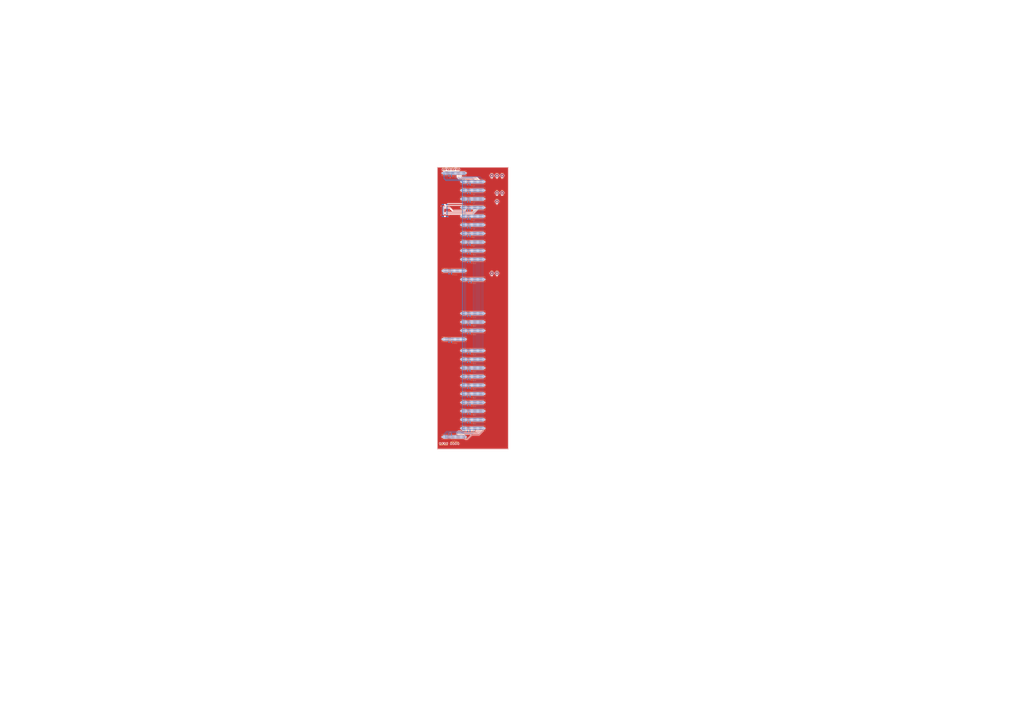
<source format=kicad_pcb>
(kicad_pcb (version 20241229) (generator "pcbnew") (generator_version "9.0")
  (layers (0 "F.Cu" signal) (4 "In1.Cu" signal) (6 "In2.Cu" signal) (2 "B.Cu" signal) (13 "F.Paste" user) (15 "B.Paste" user) (5 "F.SilkS" user "F.Silkscreen") (7 "B.SilkS" user "B.Silkscreen") (1 "F.Mask" user) (3 "B.Mask" user) (25 "Edge.Cuts" user))
  (net 0 "")
  (net 1 "VBUS")
  (net 2 "GND")
  (net 3 "CAN2_H")
  (net 4 "Net-(C1.1-Pad1)")
  (net 5 "CAN2_L")
  (net 6 "Net-(C1.2-Pad1)")
  (net 7 "CAN1_H")
  (net 8 "CAN1_L")
  (net 9 "Net-(C20.1-Pad1)")
  (net 10 "Net-(C20.2-Pad1)")
  (net 11 "~{SD}")
  (net 12 "MAG-SCL")
  (net 13 "MAG-SDA")
  (net 14 "MAG-POWER")
  (net 15 "OPD_SCL")
  (net 16 "C3-UART-RX")
  (net 17 "OPD_SDA")
  (net 18 "HELICAL-DEPLOY")
  (net 19 "TURNSTILE-DEPLOY")
  (net 20 "C3-UART-TX")
  (net 21 "OPD_PWR")
  (net 22 "S-ANT")
  (net 23 "L1-ANT")
  (net 24 "L-ANT")
  (net 25 "UHF-ANT")
  (footprint "Resistor_SMD:R_1206_3216Metric" (layer "F.Cu") (at 113.95 248.475 180)
    (property "Reference" "R20.4")
    (property "Value" "60.4")
  )
  (footprint "oresat-connectors:J-SAMTEC-SFM-120-X1-XXX-D" (layer "F.Cu") (at 150.475 -44.925)
    (property "Reference" "CF3.2")
    (property "Value" "SFM-120-X1-XXX-D")
  )
  (footprint "oresat-connectors:J-SAMTEC-SFM-120-X1-XXX-D" (layer "F.Cu") (at 128.8092 240.975)
    (property "Reference" "CF31.1")
    (property "Value" "SFM-120-X1-XXX-D")
  )
  (footprint "Resistor_SMD:R_1206_3216Metric" (layer "F.Cu") (at 126.675 248.825)
    (property "Reference" "R20.2")
    (property "Value" "60.4")
  )
  (footprint "oresat-connectors:J-SAMTEC-SFM-120-X1-XXX-D" (layer "F.Cu") (at 150.475 107.725)
    (property "Reference" "CF18.2")
    (property "Value" "SFM-120-X1-XXX-D")
  )
  (footprint "Resistor_SMD:R_1206_3216Metric" (layer "F.Cu") (at 132.2 248.825)
    (property "Reference" "R20.1")
    (property "Value" "60.4")
  )
  (footprint "oresat-connectors:J-MOLEX-SMPM-73300-0111X-long" (layer "F.Cu") (at 178.45 -42.075 180)
    (property "Reference" "CM3.2")
    (property "Value" "J-MOLEX-SMPM-73300-0111X" (hide yes))
  )
  (footprint "oresat-connectors:J-SAMTEC-SFM-120-X1-XXX-D" (layer "F.Cu") (at 150.475 -14.925)
    (property "Reference" "CF6.2")
    (property "Value" "SFM-120-X1-XXX-D")
  )
  (footprint "oresat-connectors:J-MOLEX-SMPM-73300-0111X-long" (layer "F.Cu") (at 184.464883 -42.07161 180)
    (property "Reference" "CM3.3")
    (property "Value" "J-MOLEX-SMPM-73300-0111X" (hide yes))
  )
  (footprint "oresat-connectors:J-SAMTEC-SFM-120-X1-XXX-D" (layer "F.Cu") (at 150.475 -34.925)
    (property "Reference" "CF4.2")
    (property "Value" "SFM-120-X1-XXX-D")
  )
  (footprint "oresat-connectors:J-SAMTEC-SFM-120-X1-XXX-D" (layer "F.Cu") (at 150.475 15.05)
    (property "Reference" "CF9.2")
    (property "Value" "SFM-120-X1-XXX-D")
  )
  (footprint "oresat-connectors:J-SAMTEC-SFM-120-X1-XXX-D" (layer "F.Cu") (at 150.475 170.95)
    (property "Reference" "CF24.2")
    (property "Value" "SFM-120-X1-XXX-D")
  )
  (footprint "oresat-connectors:J-SAMTEC-SFM-120-X1-XXX-D" (layer "F.Cu") (at 150.475 230.975)
    (property "Reference" "CF30.2")
    (property "Value" "SFM-120-X1-XXX-D")
  )
  (footprint "Resistor_SMD:R_1206_3216Metric" (layer "F.Cu") (at 119.175 248.475 180)
    (property "Reference" "R20.3")
    (property "Value" "60.4")
  )
  (footprint "oresat-connectors:J-MOLEX-SMPM-73300-0111X-long" (layer "F.Cu") (at 172.45 -62.075 180)
    (property "Reference" "CM1.1")
    (property "Value" "J-MOLEX-SMPM-73300-0111X" (hide yes))
  )
  (footprint "oresat-connectors:J-SAMTEC-SFM-120-X1-XXX-D" (layer "F.Cu") (at 150.475 58.325)
    (property "Reference" "CF13.2")
    (property "Value" "SFM-120-X1-XXX-D")
  )
  (footprint "oresat-connectors:J-SAMTEC-SFM-120-X1-XXX-D" (layer "F.Cu") (at 128.8092 -64.925)
    (property "Reference" "CF1.2")
    (property "Value" "SFM-120-X1-XXX-D")
  )
  (footprint "Resistor_SMD:R_1206_3216Metric" (layer "F.Cu") (at 127.65 -69.2)
    (property "Reference" "R1.2")
    (property "Value" "60.4")
  )
  (footprint "oresat-connectors:J-MOLEX-SMPM-73300-0111X-long" (layer "F.Cu") (at 184.464883 -62.075 180)
    (property "Reference" "CM1.3")
    (property "Value" "J-MOLEX-SMPM-73300-0111X" (hide yes))
  )
  (footprint "oresat-connectors:J-SAMTEC-SFM-120-X1-XXX-D" (layer "F.Cu") (at 150.475 190.975)
    (property "Reference" "CF26.2")
    (property "Value" "SFM-120-X1-XXX-D")
  )
  (footprint "oresat-connectors:J-SAMTEC-SFM-120-X1-XXX-D" (layer "F.Cu") (at 150.475 150.975)
    (property "Reference" "CF22.2")
    (property "Value" "SFM-120-X1-XXX-D")
  )
  (footprint "oresat-connectors:J-MOLEX-SMPM-73300-0111X-long" (layer "F.Cu") (at 178.4649 -62.0716 180)
    (property "Reference" "CM1.2")
    (property "Value" "J-MOLEX-SMPM-73300-0111X" (hide yes))
  )
  (footprint "oresat-connectors:J-SAMTEC-SFM-120-X1-XXX-D" (layer "F.Cu") (at 150.475 180.975)
    (property "Reference" "CF25.2")
    (property "Value" "SFM-120-X1-XXX-D")
  )
  (footprint "oresat-connectors:J-SAMTEC-SFM-120-X1-XXX-D" (layer "F.Cu") (at 150.475 97.75)
    (property "Reference" "CF17.2")
    (property "Value" "SFM-120-X1-XXX-D")
  )
  (footprint "oresat-connectors:J-MOLEX-SMPM-73300-0111X-long" (layer "F.Cu") (at 178.45 51.175 180)
    (property "Reference" "CM12.2")
    (property "Value" "J-MOLEX-SMPM-73300-0111X" (hide yes))
  )
  (footprint "oresat-connectors:J-SAMTEC-SFM-120-X1-XXX-D" (layer "F.Cu") (at 150.475 160.975)
    (property "Reference" "CF23.2")
    (property "Value" "SFM-120-X1-XXX-D")
  )
  (footprint "oresat-connectors:J-SAMTEC-SFM-120-X1-XXX-D" (layer "F.Cu") (at 150.475 117.7)
    (property "Reference" "CF19.2")
    (property "Value" "SFM-120-X1-XXX-D")
  )
  (footprint "Resistor_SMD:R_1206_3216Metric" (layer "F.Cu") (at 116.95 -69.2)
    (property "Reference" "R1.4")
    (property "Value" "60.4")
  )
  (footprint "oresat-passives:0603-SMALL" (layer "F.Cu") (at 130.5 -69.9 90)
    (property "Reference" "C1.1")
    (property "Value" "1n")
  )
  (footprint "oresat-connectors:J-SAMTEC-SFM-120-X1-XXX-D" (layer "F.Cu") (at 150.475 140.975)
    (property "Reference" "CF21.2")
    (property "Value" "SFM-120-X1-XXX-D")
  )
  (footprint "Resistor_SMD:R_1206_3216Metric" (layer "F.Cu") (at 122.65 -69.2)
    (property "Reference" "R1.3")
    (property "Value" "60.4")
  )
  (footprint "oresat-connectors:J-SAMTEC-SFM-120-X1-XXX-D" (layer "F.Cu") (at 150.475 25.025)
    (property "Reference" "CF10.2")
    (property "Value" "SFM-120-X1-XXX-D")
  )
  (footprint "Resistor_SMD:R_1206_3216Metric" (layer "F.Cu") (at 133.35 -69.2)
    (property "Reference" "R1.1")
    (property "Value" "60.4")
  )
  (footprint "oresat-connectors:J-MOLEX-SMPM-73300-0111X-long" (layer "F.Cu") (at 172.4649 51.1784 180)
    (property "Reference" "CM12.1")
    (property "Value" "J-MOLEX-SMPM-73300-0111X" (hide yes))
  )
  (footprint "oresat-connectors:J-MOLEX-SMPM-73300-0111X-long" (layer "F.Cu") (at 178.464883 -32.07161 180)
    (property "Reference" "CM4.2")
    (property "Value" "J-MOLEX-SMPM-73300-0111X" (hide yes))
  )
  (footprint "oresat-connectors:J-SAMTEC-SFM-120-X1-XXX-D" (layer "F.Cu") (at 150.475 201)
    (property "Reference" "CF27.2")
    (property "Value" "SFM-120-X1-XXX-D")
  )
  (footprint "oresat-connectors:J-SAMTEC-SFM-120-X1-XXX-D" (layer "F.Cu") (at 150.475 210.95)
    (property "Reference" "CF28.2")
    (property "Value" "SFM-120-X1-XXX-D")
  )
  (footprint "oresat-connectors:J-SAMTEC-SFM-120-X1-XXX-D" (layer "F.Cu") (at 128.92 48.327)
    (property "Reference" "CF12.1")
    (property "Value" "SFM-120-X1-XXX-D")
  )
  (footprint "oresat-connectors:J-SAMTEC-SFM-120-X1-XXX-D" (layer "F.Cu") (at 150.475 -54.925)
    (property "Reference" "CF2.2")
    (property "Value" "SFM-120-X1-XXX-D")
  )
  (footprint "oresat-connectors:J-SAMTEC-SFM-120-X1-XXX-D" (layer "F.Cu") (at 150.475 220.975)
    (property "Reference" "CF29.2")
    (property "Value" "SFM-120-X1-XXX-D")
  )
  (footprint "oresat-passives:0603-SMALL" (layer "F.Cu") (at 119.8 -69.9 90)
    (property "Reference" "C1.2")
    (property "Value" "1n")
  )
  (footprint "oresat-connectors:J-SAMTEC-SFM-120-X1-XXX-D" (layer "F.Cu") (at 128.854 127.714)
    (property "Reference" "CF20.1")
    (property "Value" "SFM-120-X1-XXX-D")
  )
  (footprint "oresat-connectors:J-SAMTEC-SFM-120-X1-XXX-D" (layer "F.Cu") (at 150.475 -24.925)
    (property "Reference" "CF5.2")
    (property "Value" "SFM-120-X1-XXX-D")
  )
  (footprint "oresat-connectors:J-SAMTEC-SFM-120-X1-XXX-D" (layer "F.Cu") (at 150.475 35.075)
    (property "Reference" "CF11.2")
    (property "Value" "SFM-120-X1-XXX-D")
  )
  (footprint "oresat-connectors:J-SAMTEC-SFM-120-X1-XXX-D" (layer "F.Cu") (at 150.475 5.075)
    (property "Reference" "CF8.2")
    (property "Value" "SFM-120-X1-XXX-D")
  )
  (footprint "oresat-connectors:J-SAMTEC-SFM-120-X1-XXX-D" (layer "F.Cu") (at 150.475 -4.925)
    (property "Reference" "CF7.2")
    (property "Value" "SFM-120-X1-XXX-D")
  )
  (footprint "Capacitor_SMD:C_1206_3216Metric" (layer "B.Cu") (at 145.8 164.4 180)
    (property "Reference" "C23")
    (property "Value" "10u 25V")
  )
  (footprint "Capacitor_SMD:C_1206_3216Metric" (layer "B.Cu") (at 145.85 154.4 180)
    (property "Reference" "C22")
    (property "Value" "10u 25V")
  )
  (footprint "Capacitor_SMD:C_1206_3216Metric" (layer "B.Cu") (at 145.8 111.15 180)
    (property "Reference" "C18")
    (property "Value" "10u 25V")
  )
  (footprint "Capacitor_SMD:C_1206_3216Metric" (layer "B.Cu") (at 145.8 -21.5 180)
    (property "Reference" "C5")
    (property "Value" "10u 25V")
  )
  (footprint "Capacitor_SMD:C_1206_3216Metric" (layer "B.Cu") (at 145.85 38.5 180)
    (property "Reference" "C11")
    (property "Value" "10u 25V")
  )
  (footprint "Capacitor_SMD:C_1206_3216Metric" (layer "B.Cu") (at 145.85 -1.55 180)
    (property "Reference" "C7")
    (property "Value" "10u 25V")
  )
  (footprint "Capacitor_SMD:C_1206_3216Metric" (layer "B.Cu") (at 145.8 -11.5 180)
    (property "Reference" "C6")
    (property "Value" "10u 25V")
  )
  (footprint "Capacitor_SMD:C_1206_3216Metric" (layer "B.Cu") (at 145.8 184.4 180)
    (property "Reference" "C25")
    (property "Value" "10u 25V")
  )
  (footprint "Capacitor_SMD:C_1206_3216Metric" (layer "B.Cu") (at 145.85 18.5 180)
    (property "Reference" "C9")
    (property "Value" "10u 25V")
  )
  (footprint "Capacitor_SMD:C_1206_3216Metric" (layer "B.Cu") (at 124.25 51.725 180)
    (property "Reference" "C12")
    (property "Value" "10u 25V")
  )
  (footprint "Capacitor_SMD:C_1206_3216Metric" (layer "B.Cu") (at 145.8 214.35 180)
    (property "Reference" "C28")
    (property "Value" "10u 25V")
  )
  (footprint "Capacitor_SMD:C_1206_3216Metric" (layer "B.Cu") (at 145.8 204.4 180)
    (property "Reference" "C27")
    (property "Value" "10u 25V")
  )
  (footprint "Capacitor_SMD:C_1206_3216Metric" (layer "B.Cu") (at 145.8 28.45 180)
    (property "Reference" "C10")
    (property "Value" "10u 25V")
  )
  (footprint "oresat-connectors:m55-6001642" (layer "B.Cu") (at 118.16894 -21.51864 90)
    (property "Reference" "J1")
    (property "Value" "m55-6001642")
  )
  (footprint "Capacitor_SMD:C_1206_3216Metric" (layer "B.Cu") (at 145.8 234.4 180)
    (property "Reference" "C15")
    (property "Value" "10u 25V")
  )
  (footprint "Capacitor_SMD:C_1206_3216Metric" (layer "B.Cu") (at 145.85 224.4 180)
    (property "Reference" "C16")
    (property "Value" "10u 25V")
  )
  (footprint "Capacitor_SMD:C_1206_3216Metric" (layer "B.Cu") (at 145.8 8.5 180)
    (property "Reference" "C8")
    (property "Value" "10u 25V")
  )
  (footprint "Capacitor_SMD:C_1206_3216Metric" (layer "B.Cu") (at 145.8 -41.45 180)
    (property "Reference" "C3")
    (property "Value" "10u 25V")
  )
  (footprint "Capacitor_SMD:C_1206_3216Metric" (layer "B.Cu") (at 145.85 101.15 180)
    (property "Reference" "C17")
    (property "Value" "10u 25V")
  )
  (footprint "Capacitor_SMD:C_1206_3216Metric" (layer "B.Cu") (at 145.8 121.1 180)
    (property "Reference" "C19")
    (property "Value" "10u 25V")
  )
  (footprint "Capacitor_SMD:C_1206_3216Metric" (layer "B.Cu") (at 145.85 -51.45 180)
    (property "Reference" "C2")
    (property "Value" "10u 25V")
  )
  (footprint "Capacitor_SMD:C_1206_3216Metric" (layer "B.Cu") (at 124.1 237.575 180)
    (property "Reference" "C14")
    (property "Value" "10u 25V")
  )
  (footprint "Capacitor_SMD:C_1206_3216Metric" (layer "B.Cu") (at 124.2 -61.5)
    (property "Reference" "C1")
    (property "Value" "10u 25V")
  )
  (footprint "Capacitor_SMD:C_1206_3216Metric" (layer "B.Cu") (at 145.8 -31.5 180)
    (property "Reference" "C4")
    (property "Value" "10u 25V")
  )
  (footprint "Capacitor_SMD:C_1206_3216Metric" (layer "B.Cu") (at 145.8 144.4 180)
    (property "Reference" "C21")
    (property "Value" "10u 25V")
  )
  (footprint "Capacitor_SMD:C_1206_3216Metric" (layer "B.Cu") (at 147.1 61.75 180)
    (property "Reference" "C13")
    (property "Value" "10u 25V")
  )
  (footprint "Capacitor_SMD:C_1206_3216Metric" (layer "B.Cu") (at 124.25 131.1 180)
    (property "Reference" "C20")
    (property "Value" "10u 25V")
  )
  (footprint "Capacitor_SMD:C_1206_3216Metric" (layer "B.Cu") (at 145.85 194.4 180)
    (property "Reference" "C26")
    (property "Value" "10u 25V")
  )
  (footprint "Capacitor_SMD:C_1206_3216Metric" (layer "B.Cu") (at 145.8 174.35 180)
    (property "Reference" "C24")
    (property "Value" "10u 25V")
  )
  (gr_rect (start 109.2 -71.825) (end 191.725 255.2) (stroke (width 0.2)) (fill no) (layer "F.Cu"))
  (via (at 116.5 -20.9) (size 0.8) (drill 0.4) (layers "F.Cu" "B.Cu") (net 1))
  (via (at 116.5 -19.6) (size 0.8) (drill 0.4) (layers "F.Cu" "B.Cu") (net 1))
  (via (at 116.5 -22.1) (size 0.8) (drill 0.4) (layers "F.Cu" "B.Cu") (net 1))
  (segment (start 147.3 184.375) (end 147.275 184.4) (width 0.2) (layer "B.Cu") (net 1))
  (segment (start 147.3 161.61) (end 147.3 164.375) (width 0.6) (layer "B.Cu") (net 1))
  (segment (start 147.275 -24.265) (end 147.3 -24.29) (width 0.2) (layer "B.Cu") (net 1))
  (segment (start 147.3 214.325) (end 147.275 214.35) (width 0.2) (layer "B.Cu") (net 1))
  (segment (start 147.3 18.475) (end 147.325 18.5) (width 0.2) (layer "B.Cu") (net 1))
  (segment (start 147.3 -11.525) (end 147.275 -11.5) (width 0.2) (layer "B.Cu") (net 1))
  (segment (start 147.3 171.585) (end 147.3 174.325) (width 0.6) (layer "B.Cu") (net 1))
  (segment (start 147.3 141.61) (end 147.3 144.375) (width 0.6) (layer "B.Cu") (net 1))
  (segment (start 115.41894 -22.15364) (end 116.44636 -22.15364) (width 0.2) (layer "B.Cu") (net 1))
  (segment (start 147.3 101.125) (end 147.325 101.15) (width 0.2) (layer "B.Cu") (net 1))
  (segment (start 125.675 -61.5) (end 125.675 -64.215) (width 0.6) (layer "B.Cu") (net 1))
  (segment (start 147.275 -31.5) (end 147.275 -34.265) (width 0.6) (layer "B.Cu") (net 1))
  (segment (start 147.275 -34.265) (end 147.3 -34.29) (width 0.2) (layer "B.Cu") (net 1))
  (segment (start 147.3 121.075) (end 147.275 121.1) (width 0.2) (layer "B.Cu") (net 1))
  (segment (start 147.3 224.375) (end 147.325 224.4) (width 0.2) (layer "B.Cu") (net 1))
  (segment (start 147.275 234.4) (end 147.275 231.61) (width 0.6) (layer "B.Cu") (net 1))
  (segment (start 147.325 -54.265) (end 147.3 -54.29) (width 0.2) (layer "B.Cu") (net 1))
  (segment (start 116.48364 -20.88364) (end 116.5 -20.9) (width 0.2) (layer "B.Cu") (net 1))
  (segment (start 125.745 51.705) (end 125.725 51.725) (width 0.2) (layer "B.Cu") (net 1))
  (segment (start 147.3 15.685) (end 147.3 18.475) (width 0.6) (layer "B.Cu") (net 1))
  (segment (start 147.3 118.335) (end 147.3 121.075) (width 0.6) (layer "B.Cu") (net 1))
  (segment (start 115.43258 -19.6) (end 115.41894 -19.61364) (width 0.2) (layer "B.Cu") (net 1))
  (segment (start 147.275 -44.265) (end 147.3 -44.29) (width 0.2) (layer "B.Cu") (net 1))
  (segment (start 147.275 -21.5) (end 147.275 -24.265) (width 0.6) (layer "B.Cu") (net 1))
  (segment (start 147.3 164.375) (end 147.275 164.4) (width 0.2) (layer "B.Cu") (net 1))
  (segment (start 147.3 25.66) (end 147.3 28.425) (width 0.6) (layer "B.Cu") (net 1))
  (segment (start 147.3 151.61) (end 147.3 154.375) (width 0.6) (layer "B.Cu") (net 1))
  (segment (start 147.3 -4.29) (end 147.3 -1.575) (width 0.6) (layer "B.Cu") (net 1))
  (segment (start 147.3 -1.575) (end 147.325 -1.55) (width 0.2) (layer "B.Cu") (net 1))
  (segment (start 147.3 98.385) (end 147.3 101.125) (width 0.6) (layer "B.Cu") (net 1))
  (segment (start 147.3 38.475) (end 147.325 38.5) (width 0.2) (layer "B.Cu") (net 1))
  (segment (start 116.5 -19.6) (end 115.43258 -19.6) (width 0.2) (layer "B.Cu") (net 1))
  (segment (start 125.675 -64.215) (end 125.75 -64.29) (width 0.2) (layer "B.Cu") (net 1))
  (segment (start 147.275 -41.45) (end 147.275 -44.265) (width 0.6) (layer "B.Cu") (net 1))
  (segment (start 148.575 58.965) (end 148.57 58.96) (width 0.2) (layer "B.Cu") (net 1))
  (segment (start 147.3 204.375) (end 147.275 204.4) (width 0.2) (layer "B.Cu") (net 1))
  (segment (start 147.3 201.635) (end 147.3 204.375) (width 0.6) (layer "B.Cu") (net 1))
  (segment (start 125.745 48.962) (end 125.745 51.705) (width 0.6) (layer "B.Cu") (net 1))
  (segment (start 147.325 -51.4) (end 147.325 -54.265) (width 0.6) (layer "B.Cu") (net 1))
  (segment (start 147.3 154.375) (end 147.325 154.4) (width 0.2) (layer "B.Cu") (net 1))
  (segment (start 115.41894 -20.88364) (end 116.48364 -20.88364) (width 0.2) (layer "B.Cu") (net 1))
  (segment (start 148.575 61.75) (end 148.575 58.965) (width 0.6) (layer "B.Cu") (net 1))
  (segment (start 125.6342 237.6342) (end 125.575 237.575) (width 0.2) (layer "B.Cu") (net 1))
  (segment (start 147.275 8.5) (end 147.275 5.735) (width 0.6) (layer "B.Cu") (net 1))
  (segment (start 147.3 108.36) (end 147.3 111.125) (width 0.6) (layer "B.Cu") (net 1))
  (segment (start 147.275 5.735) (end 147.3 5.71) (width 0.2) (layer "B.Cu") (net 1))
  (segment (start 147.3 221.61) (end 147.3 224.375) (width 0.6) (layer "B.Cu") (net 1))
  (segment (start 147.3 111.125) (end 147.275 111.15) (width 0.2) (layer "B.Cu") (net 1))
  (segment (start 147.3 28.425) (end 147.275 28.45) (width 0.2) (layer "B.Cu") (net 1))
  (segment (start 147.3 144.375) (end 147.275 144.4) (width 0.2) (layer "B.Cu") (net 1))
  (segment (start 147.3 -14.29) (end 147.3 -11.525) (width 0.6) (layer "B.Cu") (net 1))
  (segment (start 147.3 194.375) (end 147.325 194.4) (width 0.2) (layer "B.Cu") (net 1))
  (segment (start 147.3 181.61) (end 147.3 184.375) (width 0.6) (layer "B.Cu") (net 1))
  (segment (start 147.3 174.325) (end 147.275 174.35) (width 0.2) (layer "B.Cu") (net 1))
  (segment (start 147.3 191.61) (end 147.3 194.375) (width 0.6) (layer "B.Cu") (net 1))
  (segment (start 125.6342 240.34) (end 125.6342 237.6342) (width 0.6) (layer "B.Cu") (net 1))
  (segment (start 147.3 211.585) (end 147.3 214.325) (width 0.6) (layer "B.Cu") (net 1))
  (segment (start 116.44636 -22.15364) (end 116.5 -22.1) (width 0.2) (layer "B.Cu") (net 1))
  (segment (start 147.3 35.71) (end 147.3 38.475) (width 0.6) (layer "B.Cu") (net 1))
  (via (at 119.8 -23.4) (size 0.8) (drill 0.4) (layers "F.Cu" "B.Cu") (net 2))
  (via (at 119.8 -22.15364) (size 0.8) (drill 0.4) (layers "F.Cu" "B.Cu") (net 2))
  (via (at 119.8 -20.88364) (size 0.8) (drill 0.4) (layers "F.Cu" "B.Cu") (net 2))
  (segment (start 119.8 -22.15364) (end 120.91894 -22.15364) (width 0.2) (layer "B.Cu") (net 2))
  (segment (start 120.8953 -23.4) (end 120.91894 -23.42364) (width 0.2) (layer "B.Cu") (net 2))
  (segment (start 119.8 -20.88364) (end 120.91894 -20.88364) (width 0.2) (layer "B.Cu") (net 2))
  (segment (start 119.8 -23.4) (end 120.8953 -23.4) (width 0.2) (layer "B.Cu") (net 2))
  (segment (start 130.83 -65.56) (end 130.83 -66.93) (width 0.2) (layer "F.Cu") (net 3))
  (segment (start 130.83 -66.93) (end 131.5 -67.6) (width 0.2) (layer "F.Cu") (net 3))
  (segment (start 117.434 -19.089) (end 116.686 -18.341) (width 0.2) (layer "F.Cu") (net 3))
  (segment (start 134.6125 -68.0125) (end 134.6125 -69.2) (width 0.2) (layer "F.Cu") (net 3))
  (segment (start 150.172 -19.089) (end 117.434 -19.089) (width 0.2) (layer "F.Cu") (net 3))
  (segment (start 152.38 -21.297) (end 150.172 -19.089) (width 0.2) (layer "F.Cu") (net 3))
  (segment (start 131.5 -67.6) (end 134.2 -67.6) (width 0.2) (layer "F.Cu") (net 3))
  (segment (start 152.38 -24.29) (end 152.38 -21.297) (width 0.2) (layer "F.Cu") (net 3))
  (segment (start 134.2 -67.6) (end 134.6125 -68.0125) (width 0.2) (layer "F.Cu") (net 3))
  (via (at 116.7 -18.3) (size 0.8) (drill 0.4) (layers "F.Cu" "B.Cu") (net 3))
  (segment (start 152.355 -55.535) (end 152.38 -55.56) (width 0.2) (layer "B.Cu") (net 3))
  (segment (start 152.355 234.895) (end 152.355 231.61) (width 0.2) (layer "B.Cu") (net 3))
  (segment (start 130.83 -64.29) (end 130.83 -61.17) (width 0.2) (layer "B.Cu") (net 3))
  (segment (start 130.7142 240.34) (end 130.7142 239.2858) (width 0.2) (layer "B.Cu") (net 3))
  (segment (start 116.7 -18.3) (end 115.5 -18.3) (width 0.2) (layer "B.Cu") (net 3))
  (segment (start 152.4 -55.58) (end 152.38 -55.56) (width 0.2) (layer "B.Cu") (net 3))
  (segment (start 130.83 -61.17) (end 132.5 -59.5) (width 0.2) (layer "B.Cu") (net 3))
  (segment (start 132.5 -59.5) (end 150 -59.5) (width 0.2) (layer "B.Cu") (net 3))
  (segment (start 130.7142 239.2858) (end 132.5 237.5) (width 0.2) (layer "B.Cu") (net 3))
  (segment (start 152.4 233.6) (end 152.4 231.655) (width 0.2) (layer "B.Cu") (net 3))
  (segment (start 152.355 231.61) (end 152.355 -55.535) (width 0.2) (layer "B.Cu") (net 3))
  (segment (start 152.4 231.655) (end 152.355 231.61) (width 0.2) (layer "B.Cu") (net 3))
  (segment (start 130.83 -64.29) (end 130.83 -65.56) (width 0.2) (layer "B.Cu") (net 3))
  (segment (start 150 -59.5) (end 152.4 -57.1) (width 0.2) (layer "B.Cu") (net 3))
  (segment (start 152.4 -57.1) (end 152.4 -55.58) (width 0.2) (layer "B.Cu") (net 3))
  (segment (start 149.75 237.5) (end 152.355 234.895) (width 0.2) (layer "B.Cu") (net 3))
  (segment (start 132.5 237.5) (end 149.75 237.5) (width 0.2) (layer "B.Cu") (net 3))
  (segment (start 130.5 -69.2) (end 130.55 -69.25) (width 0.2) (layer "F.Cu") (net 4))
  (segment (start 130.75 -69.2) (end 130.65 -69.3) (width 0.2) (layer "F.Cu") (net 4))
  (segment (start 129.1125 -69.2) (end 131.8875 -69.2) (width 0.2) (layer "F.Cu") (net 4))
  (segment (start 151.115 -24.285) (end 151.115 -21.008) (width 0.2) (layer "F.Cu") (net 5))
  (segment (start 129.56 -67.04) (end 129 -67.6) (width 0.2) (layer "F.Cu") (net 5))
  (segment (start 129.56 -65.56) (end 129.56 -67.04) (width 0.2) (layer "F.Cu") (net 5))
  (segment (start 151.115 -20.65) (end 150.042 -19.577) (width 0.2) (layer "F.Cu") (net 5))
  (segment (start 151.11 -24.29) (end 151.115 -24.285) (width 0.2) (layer "F.Cu") (net 5))
  (segment (start 125.9875 -68.0125) (end 125.9875 -69.2) (width 0.2) (layer "F.Cu") (net 5))
  (segment (start 129 -67.6) (end 126.4 -67.6) (width 0.2) (layer "F.Cu") (net 5))
  (segment (start 150.042 -19.577) (end 119.938 -19.577) (width 0.2) (layer "F.Cu") (net 5))
  (segment (start 126.4 -67.6) (end 125.9875 -68.0125) (width 0.2) (layer "F.Cu") (net 5))
  (segment (start 119.938 -19.577) (end 119.922 -19.593) (width 0.2) (layer "F.Cu") (net 5))
  (segment (start 151.115 -21.008) (end 151.115 -20.65) (width 0.2) (layer "F.Cu") (net 5))
  (via (at 119.8 -19.6) (size 0.8) (drill 0.4) (layers "F.Cu" "B.Cu") (net 5))
  (segment (start 129.56 -59.44) (end 130.1 -58.9) (width 0.2) (layer "B.Cu") (net 5))
  (segment (start 130.1 -58.9) (end 149.6 -58.9) (width 0.2) (layer "B.Cu") (net 5))
  (segment (start 148.5 236.75) (end 151 234.25) (width 0.2) (layer "B.Cu") (net 5))
  (segment (start 151 234.25) (end 151 231.695) (width 0.2) (layer "B.Cu") (net 5))
  (segment (start 119.91364 -19.61364) (end 120.91894 -19.61364) (width 0.2) (layer "B.Cu") (net 5))
  (segment (start 119.9 -19.6) (end 119.91364 -19.61364) (width 0.2) (layer "B.Cu") (net 5))
  (segment (start 129.56 -64.29) (end 129.56 -65.56) (width 0.2) (layer "B.Cu") (net 5))
  (segment (start 132 236.75) (end 148.5 236.75) (width 0.2) (layer "B.Cu") (net 5))
  (segment (start 150.9 -55.77) (end 151.11 -55.56) (width 0.2) (layer "B.Cu") (net 5))
  (segment (start 151 231.695) (end 151.085 231.61) (width 0.2) (layer "B.Cu") (net 5))
  (segment (start 149.6 -58.9) (end 150.9 -57.6) (width 0.2) (layer "B.Cu") (net 5))
  (segment (start 129.56 -64.29) (end 129.56 -59.44) (width 0.2) (layer "B.Cu") (net 5))
  (segment (start 119.8 -19.6) (end 119.9 -19.6) (width 0.2) (layer "B.Cu") (net 5))
  (segment (start 129.4442 239.3058) (end 132 236.75) (width 0.2) (layer "B.Cu") (net 5))
  (segment (start 150.9 -57.6) (end 150.9 -55.77) (width 0.2) (layer "B.Cu") (net 5))
  (segment (start 129.4442 240.34) (end 129.4442 239.3058) (width 0.2) (layer "B.Cu") (net 5))
  (segment (start 151.11 -55.56) (end 151.11 233.59) (width 0.2) (layer "B.Cu") (net 5))
  (segment (start 121.1875 -69.2) (end 118.4125 -69.2) (width 0.2) (layer "F.Cu") (net 6))
  (segment (start 116.572 -23.464) (end 116.753 -23.464) (width 0.2) (layer "F.Cu") (net 7))
  (segment (start 142.2 -21.8) (end 142.2 -24.27) (width 0.2) (layer "F.Cu") (net 7))
  (segment (start 125.125 -24.075) (end 128.1 -21.1) (width 0.2) (layer "F.Cu") (net 7))
  (segment (start 128.1 -21.1) (end 141.5 -21.1) (width 0.2) (layer "F.Cu") (net 7))
  (segment (start 120.67 -65.56) (end 120.67 -66.87) (width 0.2) (layer "F.Cu") (net 7))
  (segment (start 123.9 -67.6) (end 124.3125 -68.0125) (width 0.2) (layer "F.Cu") (net 7))
  (segment (start 141.5 -21.1) (end 142.2 -21.8) (width 0.2) (layer "F.Cu") (net 7))
  (segment (start 120.67 -66.87) (end 121.4 -67.6) (width 0.2) (layer "F.Cu") (net 7))
  (segment (start 117.364 -24.075) (end 125.125 -24.075) (width 0.2) (layer "F.Cu") (net 7))
  (segment (start 121.4 -67.6) (end 123.9 -67.6) (width 0.2) (layer "F.Cu") (net 7))
  (segment (start 116.753 -23.464) (end 117.364 -24.075) (width 0.2) (layer "F.Cu") (net 7))
  (segment (start 142.2 -24.27) (end 142.22 -24.29) (width 0.2) (layer "F.Cu") (net 7))
  (segment (start 124.3125 -68.0125) (end 124.3125 -69.2) (width 0.2) (layer "F.Cu") (net 7))
  (via (at 116.6 -23.4) (size 0.8) (drill 0.4) (layers "F.Cu" "B.Cu") (net 7))
  (segment (start 120.67 -64.29) (end 120.67 -58.63) (width 0.2) (layer "B.Cu") (net 7))
  (segment (start 142.22 -56.68) (end 142.22 -55.56) (width 0.2) (layer "B.Cu") (net 7))
  (segment (start 116.6 -23.4) (end 115.5 -23.4) (width 0.2) (layer "B.Cu") (net 7))
  (segment (start 120.67 -65.56) (end 120.67 -66.22) (width 0.2) (layer "B.Cu") (net 7))
  (segment (start 121.3 -58) (end 140.9 -58) (width 0.2) (layer "B.Cu") (net 7))
  (segment (start 120.67 -65.56) (end 120.67 -64.29) (width 0.2) (layer "B.Cu") (net 7))
  (segment (start 142.195 231.61) (end 142.195 233.555) (width 0.2) (layer "B.Cu") (net 7))
  (segment (start 142.195 231.61) (end 142.195 -54.265) (width 0.2) (layer "B.Cu") (net 7))
  (segment (start 142.195 233.555) (end 139.5 236.25) (width 0.2) (layer "B.Cu") (net 7))
  (segment (start 120.5 240.2858) (end 120.5542 240.34) (width 0.2) (layer "B.Cu") (net 7))
  (segment (start 142.195 -54.265) (end 142.22 -54.29) (width 0.2) (layer "B.Cu") (net 7))
  (segment (start 140.9 -58) (end 142.22 -56.68) (width 0.2) (layer "B.Cu") (net 7))
  (segment (start 120.5542 241.61) (end 120.5542 240.34) (width 0.2) (layer "B.Cu") (net 7))
  (segment (start 121.5 236.25) (end 120.5 237.25) (width 0.2) (layer "B.Cu") (net 7))
  (segment (start 139.5 236.25) (end 121.5 236.25) (width 0.2) (layer "B.Cu") (net 7))
  (segment (start 120.5 237.25) (end 120.5 240.2858) (width 0.2) (layer "B.Cu") (net 7))
  (segment (start 120.67 -58.63) (end 121.3 -58) (width 0.2) (layer "B.Cu") (net 7))
  (segment (start 139.3 -21.5) (end 140.95 -23.15) (width 0.2) (layer "F.Cu") (net 8))
  (segment (start 125.3 -24.7) (end 128.5 -21.5) (width 0.2) (layer "F.Cu") (net 8))
  (segment (start 119.4 -66.9) (end 118.7 -67.6) (width 0.2) (layer "F.Cu") (net 8))
  (segment (start 128.5 -21.5) (end 139.3 -21.5) (width 0.2) (layer "F.Cu") (net 8))
  (segment (start 119.4 -65.56) (end 119.4 -66.9) (width 0.2) (layer "F.Cu") (net 8))
  (segment (start 115.6875 -68.0125) (end 115.6875 -69.2) (width 0.2) (layer "F.Cu") (net 8))
  (segment (start 119.8 -24.7) (end 125.3 -24.7) (width 0.2) (layer "F.Cu") (net 8))
  (segment (start 140.95 -23.15) (end 140.95 -24.29) (width 0.2) (layer "F.Cu") (net 8))
  (segment (start 118.7 -67.6) (end 116.1 -67.6) (width 0.2) (layer "F.Cu") (net 8))
  (segment (start 116.1 -67.6) (end 115.6875 -68.0125) (width 0.2) (layer "F.Cu") (net 8))
  (via (at 119.8 -24.7) (size 0.8) (drill 0.4) (layers "F.Cu" "B.Cu") (net 8))
  (segment (start 140.95 231.585) (end 140.925 231.61) (width 0.2) (layer "B.Cu") (net 8))
  (segment (start 119.2842 240.34) (end 119.2842 241.61) (width 0.2) (layer "B.Cu") (net 8))
  (segment (start 140.9 -55.61) (end 140.95 -55.56) (width 0.2) (layer "B.Cu") (net 8))
  (segment (start 119.7 -57.6) (end 140.4 -57.6) (width 0.2) (layer "B.Cu") (net 8))
  (segment (start 139 235.75) (end 120.25 235.75) (width 0.2) (layer "B.Cu") (net 8))
  (segment (start 140.925 233.825) (end 139 235.75) (width 0.2) (layer "B.Cu") (net 8))
  (segment (start 119.4 -57.9) (end 119.7 -57.6) (width 0.2) (layer "B.Cu") (net 8))
  (segment (start 120.25 235.75) (end 119.2842 236.7158) (width 0.2) (layer "B.Cu") (net 8))
  (segment (start 140.4 -57.6) (end 140.9 -57.1) (width 0.2) (layer "B.Cu") (net 8))
  (segment (start 140.95 -55.56) (end 140.95 231.585) (width 0.2) (layer "B.Cu") (net 8))
  (segment (start 140.9 -57.1) (end 140.9 -55.61) (width 0.2) (layer "B.Cu") (net 8))
  (segment (start 119.4 -64.29) (end 119.4 -57.9) (width 0.2) (layer "B.Cu") (net 8))
  (segment (start 119.4 -65.56) (end 119.4 -64.29) (width 0.2) (layer "B.Cu") (net 8))
  (segment (start 119.8 -24.7) (end 120.9 -24.7) (width 0.2) (layer "B.Cu") (net 8))
  (segment (start 140.925 231.61) (end 140.925 233.825) (width 0.2) (layer "B.Cu") (net 8))
  (segment (start 119.2842 236.7158) (end 119.2842 240.34) (width 0.2) (layer "B.Cu") (net 8))
  (segment (start 117.9 -26) (end 121.5 -29.6) (width 0.2) (layer "F.Cu") (net 11))
  (segment (start 121.5 -29.6) (end 138.425 -29.6) (width 0.2) (layer "F.Cu") (net 11))
  (segment (start 138.425 -29.6) (end 138.438 -29.587) (width 0.2) (layer "F.Cu") (net 11))
  (segment (start 116.6 -26) (end 117.9 -26) (width 0.2) (layer "F.Cu") (net 11))
  (via (at 116.6 -26) (size 0.8) (drill 0.4) (layers "F.Cu" "B.Cu") (net 11))
  (via (at 138.4 -29.6) (size 0.8) (drill 0.3) (layers "F.Cu" "B.Cu") (net 11))
  (segment (start 138.385 233.115) (end 138.385 231.61) (width 0.3) (layer "B.Cu") (net 11))
  (segment (start 138.385 231.61) (end 138.385 -55.56) (width 0.6) (layer "B.Cu") (net 11))
  (segment (start 120 234.25) (end 137.25 234.25) (width 0.3) (layer "B.Cu") (net 11))
  (segment (start 138.385 231.61) (end 138.385 230.34) (width 0.6) (layer "B.Cu") (net 11))
  (segment (start 116.86 -58.665) (end 116.86 -64.29) (width 0.6) (layer "B.Cu") (net 11))
  (segment (start 138.41 -44.29) (end 138.41 -35.585) (width 0.6) (layer "B.Cu") (net 11))
  (segment (start 116.6 -26) (end 115.4553 -26) (width 0.2) (layer "B.Cu") (net 11))
  (segment (start 138.41 -35.585) (end 138.385 -35.56) (width 0.6) (layer "B.Cu") (net 11))
  (segment (start 116.7442 240.34) (end 116.7442 237.5058) (width 0.3) (layer "B.Cu") (net 11))
  (segment (start 116.86 -64.29) (end 116.86 -65.56) (width 0.6) (layer "B.Cu") (net 11))
  (segment (start 115.4553 -26) (end 115.41894 -25.96364) (width 0.2) (layer "B.Cu") (net 11))
  (segment (start 116.7442 237.5058) (end 120 234.25) (width 0.3) (layer "B.Cu") (net 11))
  (segment (start 119.225 -56.3) (end 116.86 -58.665) (width 0.6) (layer "B.Cu") (net 11))
  (segment (start 138.41 -45.56) (end 138.41 -44.29) (width 0.6) (layer "B.Cu") (net 11))
  (segment (start 138.41 -54.29) (end 138.41 -45.56) (width 0.6) (layer "B.Cu") (net 11))
  (segment (start 138.41 -55.56) (end 138.41 -54.29) (width 0.6) (layer "B.Cu") (net 11))
  (segment (start 138.385 -35.56) (end 138.385 -34.29) (width 0.2) (layer "B.Cu") (net 11))
  (segment (start 137.25 234.25) (end 138.385 233.115) (width 0.3) (layer "B.Cu") (net 11))
  (segment (start 138.41 -55.56) (end 137.67 -56.3) (width 0.6) (layer "B.Cu") (net 11))
  (segment (start 137.67 -56.3) (end 119.225 -56.3) (width 0.6) (layer "B.Cu") (net 11))
  (segment (start 139.6042 240.34) (end 139.6042 238.8958) (width 0.3) (layer "F.Cu") (net 12))
  (segment (start 161.25 231.615) (end 161.245 231.61) (width 0.3) (layer "F.Cu") (net 12))
  (segment (start 139.6042 238.8958) (end 140.75 237.75) (width 0.3) (layer "F.Cu") (net 12))
  (segment (start 140.75 237.75) (end 157.25 237.75) (width 0.3) (layer "F.Cu") (net 12))
  (segment (start 161.25 233.75) (end 161.25 231.615) (width 0.3) (layer "F.Cu") (net 12))
  (segment (start 157.25 237.75) (end 161.25 233.75) (width 0.3) (layer "F.Cu") (net 12))
  (segment (start 161.27 -57.33) (end 161.27 -55.56) (width 0.2) (layer "B.Cu") (net 12))
  (segment (start 161.27 190.34) (end 161.27 230.315) (width 0.2) (layer "B.Cu") (net 12))
  (segment (start 161.27 57.69) (end 161.27 117.04) (width 0.2) (layer "B.Cu") (net 12))
  (segment (start 161.27 117.04) (end 161.245 117.065) (width 0.2) (layer "B.Cu") (net 12))
  (segment (start 139.72 -65.56) (end 139.72 -64.29) (width 0.2) (layer "B.Cu") (net 12))
  (segment (start 140.5 -60.5) (end 158.1 -60.5) (width 0.2) (layer "B.Cu") (net 12))
  (segment (start 161.245 150.34) (end 161.245 191.585) (width 0.2) (layer "B.Cu") (net 12))
  (segment (start 161.245 191.585) (end 161.27 191.61) (width 0.2) (layer "B.Cu") (net 12))
  (segment (start 158.1 -60.5) (end 161.27 -57.33) (width 0.2) (layer "B.Cu") (net 12))
  (segment (start 161.27 34.44) (end 161.27 58.96) (width 0.2) (layer "B.Cu") (net 12))
  (segment (start 161.245 230.34) (end 161.245 231.61) (width 0.2) (layer "B.Cu") (net 12))
  (segment (start 139.72 -61.28) (end 140.5 -60.5) (width 0.2) (layer "B.Cu") (net 12))
  (segment (start 161.27 230.315) (end 161.245 230.34) (width 0.2) (layer "B.Cu") (net 12))
  (segment (start 161.27 -55.56) (end 161.27 -5.56) (width 0.2) (layer "B.Cu") (net 12))
  (segment (start 161.245 117.065) (end 161.245 151.61) (width 0.2) (layer "B.Cu") (net 12))
  (segment (start 161.27 -5.56) (end 161.27 35.71) (width 0.2) (layer "B.Cu") (net 12))
  (segment (start 139.72 -64.29) (end 139.72 -61.28) (width 0.2) (layer "B.Cu") (net 12))
  (segment (start 157.75 238.5) (end 162.5 233.75) (width 0.6) (layer "F.Cu") (net 13))
  (segment (start 149.25 238.5) (end 157.75 238.5) (width 0.6) (layer "F.Cu") (net 13))
  (segment (start 144 243.75) (end 149.25 238.5) (width 0.6) (layer "F.Cu") (net 13))
  (segment (start 142 243.75) (end 144 243.75) (width 0.6) (layer "F.Cu") (net 13))
  (segment (start 162.5 233.75) (end 162.5 231.625) (width 0.6) (layer "F.Cu") (net 13))
  (segment (start 140.8742 242.6242) (end 142 243.75) (width 0.6) (layer "F.Cu") (net 13))
  (segment (start 140.8742 241.61) (end 140.8742 242.6242) (width 0.6) (layer "F.Cu") (net 13))
  (segment (start 162.5 231.625) (end 162.515 231.61) (width 0.6) (layer "F.Cu") (net 13))
  (segment (start 162.54 -5.56) (end 162.54 35.71) (width 0.2) (layer "B.Cu") (net 13))
  (segment (start 162.54 57.69) (end 162.54 117.14) (width 0.2) (layer "B.Cu") (net 13))
  (segment (start 162.515 117.065) (end 162.515 151.61) (width 0.2) (layer "B.Cu") (net 13))
  (segment (start 140.99 -64.29) (end 140.99 -61.91) (width 0.2) (layer "B.Cu") (net 13))
  (segment (start 162.54 230.315) (end 162.515 230.34) (width 0.2) (layer "B.Cu") (net 13))
  (segment (start 162.515 150.34) (end 162.515 191.585) (width 0.2) (layer "B.Cu") (net 13))
  (segment (start 158.7 -60.9) (end 162.54 -57.06) (width 0.2) (layer "B.Cu") (net 13))
  (segment (start 162.54 -55.56) (end 162.54 -5.56) (width 0.2) (layer "B.Cu") (net 13))
  (segment (start 162.515 230.34) (end 162.515 231.61) (width 0.2) (layer "B.Cu") (net 13))
  (segment (start 162.54 117.14) (end 162.515 117.115) (width 0.2) (layer "B.Cu") (net 13))
  (segment (start 162.54 34.44) (end 162.54 58.96) (width 0.2) (layer "B.Cu") (net 13))
  (segment (start 140.99 -65.56) (end 140.99 -64.29) (width 0.2) (layer "B.Cu") (net 13))
  (segment (start 162.515 117.115) (end 162.515 117.065) (width 0.2) (layer "B.Cu") (net 13))
  (segment (start 140.99 -61.91) (end 142 -60.9) (width 0.2) (layer "B.Cu") (net 13))
  (segment (start 162.54 -57.06) (end 162.54 -55.56) (width 0.2) (layer "B.Cu") (net 13))
  (segment (start 142 -60.9) (end 158.7 -60.9) (width 0.2) (layer "B.Cu") (net 13))
  (segment (start 162.54 190.34) (end 162.54 230.315) (width 0.2) (layer "B.Cu") (net 13))
  (segment (start 162.515 191.585) (end 162.54 191.61) (width 0.2) (layer "B.Cu") (net 13))
  (segment (start 160 231.635) (end 159.975 231.61) (width 0.3) (layer "F.Cu") (net 14))
  (segment (start 138.3342 240.34) (end 138.3342 238.1658) (width 0.3) (layer "F.Cu") (net 14))
  (segment (start 156.75 237) (end 159.975 233.775) (width 0.3) (layer "F.Cu") (net 14))
  (segment (start 138.3342 238.1658) (end 139.5 237) (width 0.3) (layer "F.Cu") (net 14))
  (segment (start 159.975 233.775) (end 159.975 231.61) (width 0.3) (layer "F.Cu") (net 14))
  (segment (start 139.5 237) (end 156.75 237) (width 0.3) (layer "F.Cu") (net 14))
  (segment (start 160 57.69) (end 160 117.04) (width 0.2) (layer "B.Cu") (net 14))
  (segment (start 159.975 151.61) (end 159.975 191.585) (width 0.2) (layer "B.Cu") (net 14))
  (segment (start 159.975 230.34) (end 159.975 231.61) (width 0.2) (layer "B.Cu") (net 14))
  (segment (start 160 -5.56) (end 160 -4.29) (width 0.2) (layer "B.Cu") (net 14))
  (segment (start 160 -4.29) (end 160 35.71) (width 0.2) (layer "B.Cu") (net 14))
  (segment (start 160 -55.56) (end 160 -5.56) (width 0.2) (layer "B.Cu") (net 14))
  (segment (start 138.45 -64.29) (end 138.45 -65.56) (width 0.2) (layer "B.Cu") (net 14))
  (segment (start 139.4 -60) (end 156.8 -60) (width 0.2) (layer "B.Cu") (net 14))
  (segment (start 160 230.315) (end 159.975 230.34) (width 0.2) (layer "B.Cu") (net 14))
  (segment (start 160 34.44) (end 160 58.96) (width 0.2) (layer "B.Cu") (net 14))
  (segment (start 160 190.34) (end 160 230.315) (width 0.2) (layer "B.Cu") (net 14))
  (segment (start 159.975 117.065) (end 159.975 151.61) (width 0.2) (layer "B.Cu") (net 14))
  (segment (start 156.8 -60) (end 160 -56.8) (width 0.2) (layer "B.Cu") (net 14))
  (segment (start 160 -56.8) (end 160 -55.56) (width 0.2) (layer "B.Cu") (net 14))
  (segment (start 159.975 191.585) (end 160 191.61) (width 0.2) (layer "B.Cu") (net 14))
  (segment (start 138.45 -60.95) (end 139.4 -60) (width 0.2) (layer "B.Cu") (net 14))
  (segment (start 138.45 -64.29) (end 138.45 -60.95) (width 0.2) (layer "B.Cu") (net 14))
  (segment (start 160 117.04) (end 159.975 117.065) (width 0.2) (layer "B.Cu") (net 14))
  (segment (start 133.375 -60.15) (end 135.075 -58.45) (width 0.2) (layer "F.Cu") (net 15))
  (segment (start 133.375 -64.285) (end 133.375 -60.15) (width 0.2) (layer "F.Cu") (net 15))
  (segment (start 133.2542 240.34) (end 133.2542 235.9958) (width 0.3) (layer "F.Cu") (net 15))
  (segment (start 154.92 -24.29) (end 154.92 -22.211) (width 0.2) (layer "F.Cu") (net 15))
  (segment (start 133.37 -64.29) (end 133.375 -64.285) (width 0.2) (layer "F.Cu") (net 15))
  (segment (start 152.75 -58.45) (end 154.92 -56.28) (width 0.2) (layer "F.Cu") (net 15))
  (segment (start 154.92 -22.211) (end 150.409 -17.7) (width 0.2) (layer "F.Cu") (net 15))
  (segment (start 117.118 -17.7) (end 116.572 -17.154) (width 0.2) (layer "F.Cu") (net 15))
  (segment (start 154.895 233.855) (end 154.895 231.61) (width 0.3) (layer "F.Cu") (net 15))
  (segment (start 150.409 -17.7) (end 117.118 -17.7) (width 0.2) (layer "F.Cu") (net 15))
  (segment (start 135.075 -58.45) (end 152.75 -58.45) (width 0.2) (layer "F.Cu") (net 15))
  (segment (start 154.92 -56.28) (end 154.92 -55.56) (width 0.2) (layer "F.Cu") (net 15))
  (segment (start 133.2542 235.9958) (end 134.25 235) (width 0.3) (layer "F.Cu") (net 15))
  (segment (start 134.25 235) (end 153.75 235) (width 0.3) (layer "F.Cu") (net 15))
  (segment (start 153.75 235) (end 154.895 233.855) (width 0.3) (layer "F.Cu") (net 15))
  (via (at 116.6 -17.1) (size 0.8) (drill 0.4) (layers "F.Cu" "B.Cu") (net 15))
  (segment (start 154.92 -55.56) (end 154.92 231.585) (width 0.2) (layer "B.Cu") (net 15))
  (segment (start 154.92 231.585) (end 154.895 231.61) (width 0.2) (layer "B.Cu") (net 15))
  (segment (start 115.41894 -17.07364) (end 116.57364 -17.07364) (width 0.2) (layer "B.Cu") (net 15))
  (segment (start 116.57364 -17.07364) (end 116.6 -17.1) (width 0.2) (layer "B.Cu") (net 15))
  (segment (start 119.776 -26.576) (end 119.776 -25.952) (width 0.2) (layer "F.Cu") (net 16))
  (segment (start 139.68 -25.56) (end 137.74 -27.5) (width 0.2) (layer "F.Cu") (net 16))
  (segment (start 137.74 -27.5) (end 120.7 -27.5) (width 0.2) (layer "F.Cu") (net 16))
  (segment (start 120.7 -27.5) (end 119.776 -26.576) (width 0.2) (layer "F.Cu") (net 16))
  (via (at 119.8 -26) (size 0.8) (drill 0.4) (layers "F.Cu" "B.Cu") (net 16))
  (segment (start 119.8 -26) (end 121 -26) (width 0.2) (layer "B.Cu") (net 16))
  (segment (start 139 234.75) (end 139.75 234) (width 0.2) (layer "B.Cu") (net 16))
  (segment (start 139.68 -55.56) (end 139.1 -55.56) (width 0.2) (layer "B.Cu") (net 16))
  (segment (start 139.075 -35.56) (end 139.06 -35.575) (width 0.2) (layer "B.Cu") (net 16))
  (segment (start 139.045 233.645) (end 139.05 233.65) (width 0.2) (layer "B.Cu") (net 16))
  (segment (start 118.13 -65.805) (end 118.15 -65.825) (width 0.2) (layer "B.Cu") (net 16))
  (segment (start 117.5 -58.6) (end 119.25 -56.85) (width 0.2) (layer "B.Cu") (net 16))
  (segment (start 138.5 235.25) (end 139 234.75) (width 0.2) (layer "B.Cu") (net 16))
  (segment (start 117.5 -65) (end 117.5 -58.6) (width 0.2) (layer "B.Cu") (net 16))
  (segment (start 139.1 -45.56) (end 139.085 -45.575) (width 0.2) (layer "B.Cu") (net 16))
  (segment (start 139.1 -55.56) (end 139.085 -55.575) (width 0.2) (layer "B.Cu") (net 16))
  (segment (start 118.06 -65.56) (end 117.5 -65) (width 0.2) (layer "B.Cu") (net 16))
  (segment (start 139.68 -45.56) (end 139.1 -45.56) (width 0.2) (layer "B.Cu") (net 16))
  (segment (start 139.045 -56.85) (end 139.045 -56.075) (width 0.2) (layer "B.Cu") (net 16))
  (segment (start 139.655 -25.56) (end 139.085 -25.56) (width 0.2) (layer "B.Cu") (net 16))
  (segment (start 139.75 234) (end 139.75 231.75) (width 0.2) (layer "B.Cu") (net 16))
  (segment (start 119.75 235.25) (end 138.5 235.25) (width 0.2) (layer "B.Cu") (net 16))
  (segment (start 118.0142 240.34) (end 118.0142 236.9858) (width 0.2) (layer "B.Cu") (net 16))
  (segment (start 139.085 -25.56) (end 139.075 -25.55) (width 0.2) (layer "B.Cu") (net 16))
  (segment (start 118.13 -65.56) (end 118.06 -65.56) (width 0.2) (layer "B.Cu") (net 16))
  (segment (start 139.655 -35.56) (end 139.075 -35.56) (width 0.2) (layer "B.Cu") (net 16))
  (segment (start 118.0142 236.9858) (end 119.75 235.25) (width 0.2) (layer "B.Cu") (net 16))
  (segment (start 119.25 -56.85) (end 139.045 -56.85) (width 0.2) (layer "B.Cu") (net 16))
  (segment (start 118.15 -65.825) (end 118.15 -65.85) (width 0.2) (layer "B.Cu") (net 16))
  (segment (start 139.045 -56.075) (end 139.045 233.645) (width 0.2) (layer "B.Cu") (net 16))
  (segment (start 119.9 -17.1) (end 119.952 -17.048) (width 0.2) (layer "F.Cu") (net 17))
  (segment (start 134.5242 240.34) (end 134.5 240.3158) (width 0.3) (layer "F.Cu") (net 17))
  (segment (start 154.5 235.5) (end 156.165 233.835) (width 0.3) (layer "F.Cu") (net 17))
  (segment (start 134.675 -59.55) (end 135.35 -58.875) (width 0.2) (layer "F.Cu") (net 17))
  (segment (start 153.75 -58.875) (end 156.19 -56.435) (width 0.2) (layer "F.Cu") (net 17))
  (segment (start 119.952 -17.048) (end 150.456 -17.048) (width 0.2) (layer "F.Cu") (net 17))
  (segment (start 134.64 -64.29) (end 134.65 -64.28) (width 0.2) (layer "F.Cu") (net 17))
  (segment (start 156.165 233.835) (end 156.165 231.61) (width 0.3) (layer "F.Cu") (net 17))
  (segment (start 134.5 236.5) (end 135.5 235.5) (width 0.3) (layer "F.Cu") (net 17))
  (segment (start 156.19 -56.435) (end 156.19 -55.56) (width 0.2) (layer "F.Cu") (net 17))
  (segment (start 134.65 -59.55) (end 134.675 -59.55) (width 0.2) (layer "F.Cu") (net 17))
  (segment (start 134.5 240.3158) (end 134.5 236.5) (width 0.3) (layer "F.Cu") (net 17))
  (segment (start 135.5 235.5) (end 154.5 235.5) (width 0.3) (layer "F.Cu") (net 17))
  (segment (start 156.19 -22.782) (end 156.19 -24.29) (width 0.2) (layer "F.Cu") (net 17))
  (segment (start 134.65 -64.28) (end 134.65 -59.55) (width 0.2) (layer "F.Cu") (net 17))
  (segment (start 119.8 -17.1) (end 119.9 -17.1) (width 0.2) (layer "F.Cu") (net 17))
  (segment (start 135.35 -58.875) (end 153.75 -58.875) (width 0.2) (layer "F.Cu") (net 17))
  (segment (start 150.456 -17.048) (end 156.19 -22.782) (width 0.2) (layer "F.Cu") (net 17))
  (via (at 119.8 -17.1) (size 0.8) (drill 0.4) (layers "F.Cu" "B.Cu") (net 17))
  (segment (start 119.9 -17.1) (end 119.92636 -17.07364) (width 0.2) (layer "B.Cu") (net 17))
  (segment (start 119.8 -17.1) (end 119.9 -17.1) (width 0.2) (layer "B.Cu") (net 17))
  (segment (start 119.92636 -17.07364) (end 120.91894 -17.07364) (width 0.2) (layer "B.Cu") (net 17))
  (segment (start 156.19 231.585) (end 156.19 -55.56) (width 0.2) (layer "B.Cu") (net 17))
  (segment (start 156.165 231.61) (end 156.19 231.585) (width 0.2) (layer "B.Cu") (net 17))
  (segment (start 158.705 233.795) (end 158.705 231.61) (width 0.3) (layer "F.Cu") (net 18))
  (segment (start 156 236.5) (end 158.705 233.795) (width 0.3) (layer "F.Cu") (net 18))
  (segment (start 158.73 -56.695) (end 158.73 -55.56) (width 0.2) (layer "F.Cu") (net 18))
  (segment (start 137.18 -60.92) (end 138 -60.1) (width 0.2) (layer "F.Cu") (net 18))
  (segment (start 158.75 231.655) (end 158.705 231.61) (width 0.3) (layer "F.Cu") (net 18))
  (segment (start 138.25 236.5) (end 156 236.5) (width 0.3) (layer "F.Cu") (net 18))
  (segment (start 137.0642 240.34) (end 137.0642 237.6858) (width 0.3) (layer "F.Cu") (net 18))
  (segment (start 155.325 -60.1) (end 158.73 -56.695) (width 0.2) (layer "F.Cu") (net 18))
  (segment (start 137.0642 237.6858) (end 138.25 236.5) (width 0.3) (layer "F.Cu") (net 18))
  (segment (start 138 -60.1) (end 155.325 -60.1) (width 0.2) (layer "F.Cu") (net 18))
  (segment (start 137.18 -64.29) (end 137.18 -60.92) (width 0.2) (layer "F.Cu") (net 18))
  (segment (start 158.705 -55.535) (end 158.73 -55.56) (width 0.2) (layer "B.Cu") (net 18))
  (segment (start 158.705 231.61) (end 158.705 -55.535) (width 0.2) (layer "B.Cu") (net 18))
  (segment (start 137.45 -59.475) (end 154.175 -59.475) (width 0.2) (layer "F.Cu") (net 19))
  (segment (start 155.25 236) (end 157.435 233.815) (width 0.3) (layer "F.Cu") (net 19))
  (segment (start 157.46 -56.19) (end 157.46 -55.56) (width 0.2) (layer "F.Cu") (net 19))
  (segment (start 135.7942 240.34) (end 135.7942 237.2058) (width 0.3) (layer "F.Cu") (net 19))
  (segment (start 135.91 -61.015) (end 137.45 -59.475) (width 0.2) (layer "F.Cu") (net 19))
  (segment (start 154.175 -59.475) (end 157.46 -56.19) (width 0.2) (layer "F.Cu") (net 19))
  (segment (start 137 236) (end 155.25 236) (width 0.3) (layer "F.Cu") (net 19))
  (segment (start 157.435 233.815) (end 157.435 231.61) (width 0.3) (layer "F.Cu") (net 19))
  (segment (start 135.7942 237.2058) (end 137 236) (width 0.3) (layer "F.Cu") (net 19))
  (segment (start 135.91 -64.29) (end 135.91 -61.015) (width 0.2) (layer "F.Cu") (net 19))
  (segment (start 157.46 -55.56) (end 157.46 231.585) (width 0.2) (layer "B.Cu") (net 19))
  (segment (start 157.46 231.585) (end 157.435 231.61) (width 0.2) (layer "B.Cu") (net 19))
  (segment (start 139.68 -22.876) (end 138.704 -21.9) (width 0.2) (layer "F.Cu") (net 20))
  (segment (start 138.704 -21.9) (end 128.8 -21.9) (width 0.2) (layer "F.Cu") (net 20))
  (segment (start 125.406 -25.294) (end 117.313 -25.294) (width 0.2) (layer "F.Cu") (net 20))
  (segment (start 117.313 -25.294) (end 116.678 -24.659) (width 0.2) (layer "F.Cu") (net 20))
  (segment (start 139.68 -24.29) (end 139.68 -22.876) (width 0.2) (layer "F.Cu") (net 20))
  (segment (start 128.8 -21.9) (end 125.406 -25.294) (width 0.2) (layer "F.Cu") (net 20))
  (via (at 116.6 -24.7) (size 0.8) (drill 0.4) (layers "F.Cu" "B.Cu") (net 20))
  (segment (start 140.19 -54.29) (end 140.2 -54.3) (width 0.2) (layer "B.Cu") (net 20))
  (segment (start 139.5 234.75) (end 140.25 234) (width 0.2) (layer "B.Cu") (net 20))
  (segment (start 120.5 235.5) (end 138.75 235.5) (width 0.2) (layer "B.Cu") (net 20))
  (segment (start 118.5 237.5) (end 118.75 237.25) (width 0.2) (layer "B.Cu") (net 20))
  (segment (start 139.7 -54.31) (end 139.68 -54.29) (width 0.2) (layer "B.Cu") (net 20))
  (segment (start 116.6 -24.7) (end 115.5 -24.7) (width 0.2) (layer "B.Cu") (net 20))
  (segment (start 118.5 241) (end 118.5 237.5) (width 0.2) (layer "B.Cu") (net 20))
  (segment (start 139.875 -57.225) (end 140.2 -56.9) (width 0.2) (layer "B.Cu") (net 20))
  (segment (start 140.25 234) (end 140.25 233.5) (width 0.2) (layer "B.Cu") (net 20))
  (segment (start 118.13 -58.52) (end 119.425 -57.225) (width 0.2) (layer "B.Cu") (net 20))
  (segment (start 119.425 -57.225) (end 139.875 -57.225) (width 0.2) (layer "B.Cu") (net 20))
  (segment (start 118.0142 241.61) (end 118.0142 241.4858) (width 0.2) (layer "B.Cu") (net 20))
  (segment (start 140.2 -56.9) (end 140.2 -52.8) (width 0.2) (layer "B.Cu") (net 20))
  (segment (start 118.75 237.25) (end 120.5 235.5) (width 0.2) (layer "B.Cu") (net 20))
  (segment (start 140.3 233.7) (end 140.3 -52.8) (width 0.2) (layer "B.Cu") (net 20))
  (segment (start 139.68 -54.29) (end 140.19 -54.29) (width 0.2) (layer "B.Cu") (net 20))
  (segment (start 138.75 235.5) (end 139.5 234.75) (width 0.2) (layer "B.Cu") (net 20))
  (segment (start 118.13 -64.29) (end 118.13 -58.52) (width 0.2) (layer "B.Cu") (net 20))
  (segment (start 118.0142 241.4858) (end 118.5 241) (width 0.2) (layer "B.Cu") (net 20))
  (segment (start 150.253 -18.439) (end 153.65 -21.836) (width 0.2) (layer "F.Cu") (net 21))
  (segment (start 153.625 233.625) (end 153.625 231.61) (width 0.6) (layer "F.Cu") (net 21))
  (segment (start 153.65 -21.836) (end 153.65 -24.29) (width 0.2) (layer "F.Cu") (net 21))
  (segment (start 132.1 -60.05) (end 134.1 -58.05) (width 0.2) (layer "F.Cu") (net 21))
  (segment (start 119.874 -18.439) (end 150.253 -18.439) (width 0.2) (layer "F.Cu") (net 21))
  (segment (start 131.9842 236.0158) (end 133.75 234.25) (width 0.6) (layer "F.Cu") (net 21))
  (segment (start 151.8 -58.05) (end 153.65 -56.2) (width 0.2) (layer "F.Cu") (net 21))
  (segment (start 134.1 -58.05) (end 151.8 -58.05) (width 0.2) (layer "F.Cu") (net 21))
  (segment (start 153.65 -56.2) (end 153.65 -55.56) (width 0.2) (layer "F.Cu") (net 21))
  (segment (start 132.1 -64.29) (end 132.1 -60.05) (width 0.2) (layer "F.Cu") (net 21))
  (segment (start 131.9842 240.34) (end 131.9842 236.0158) (width 0.6) (layer "F.Cu") (net 21))
  (segment (start 153 234.25) (end 153.625 233.625) (width 0.6) (layer "F.Cu") (net 21))
  (segment (start 133.75 234.25) (end 153 234.25) (width 0.6) (layer "F.Cu") (net 21))
  (via (at 119.8 -18.4) (size 0.8) (drill 0.4) (layers "F.Cu" "B.Cu") (net 21))
  (segment (start 119.8 -18.4) (end 119.9 -18.4) (width 0.2) (layer "B.Cu") (net 21))
  (segment (start 153.65 231.585) (end 153.625 231.61) (width 0.2) (layer "B.Cu") (net 21))
  (segment (start 119.9 -18.4) (end 119.95636 -18.34364) (width 0.2) (layer "B.Cu") (net 21))
  (segment (start 119.95636 -18.34364) (end 120.91894 -18.34364) (width 0.2) (layer "B.Cu") (net 21))
  (segment (start 153.65 -55.56) (end 153.65 231.585) (width 0.2) (layer "B.Cu") (net 21))
  (zone (net 2) (net_name "GND") (layer "F.Cu") (connect_pads (clearance 0.5)) (min_thickness 0.25) (fill yes (thermal_gap 0.5) (thermal_bridge_width 0.5))
    (polygon (pts (xy 109.2 -71.775) (xy 191.725 -71.825) (xy 191.714883 255.2) (xy 109.2 255.175)))
  )
  (zone (net 1) (net_name "VBUS") (layer "B.Cu") (priority 1) (connect_pads (clearance 0.5)) (min_thickness 0.25) (fill yes (thermal_gap 0.5) (thermal_bridge_width 0.5))
    (polygon (pts (xy 125.2 -66) (xy 125.2 -63.9) (xy 128.8 -63.9) (xy 128.8 -66)))
  )
  (zone (net 2) (net_name "GND") (layer "B.Cu") (priority 2) (connect_pads (clearance 0.5)) (min_thickness 0.25) (fill yes (thermal_gap 0.5) (thermal_bridge_width 0.5))
    (polygon (pts (xy 121.3 -65.9) (xy 125.1 -65.9) (xy 125.1 -63.7) (xy 121.3 -63.7)))
  )
)
</source>
